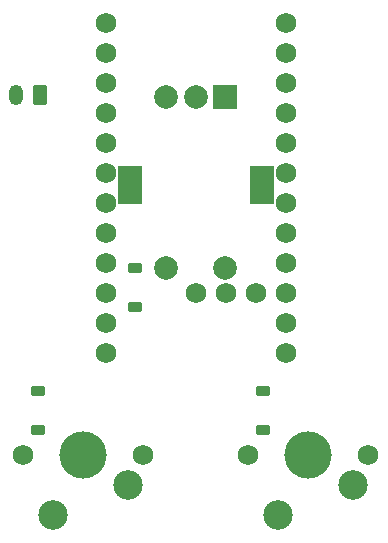
<source format=gbs>
G04 #@! TF.GenerationSoftware,KiCad,Pcbnew,8.0.7*
G04 #@! TF.CreationDate,2024-12-28T18:40:06+08:00*
G04 #@! TF.ProjectId,macroknob,6d616372-6f6b-46e6-9f62-2e6b69636164,rev?*
G04 #@! TF.SameCoordinates,Original*
G04 #@! TF.FileFunction,Soldermask,Bot*
G04 #@! TF.FilePolarity,Negative*
%FSLAX46Y46*%
G04 Gerber Fmt 4.6, Leading zero omitted, Abs format (unit mm)*
G04 Created by KiCad (PCBNEW 8.0.7) date 2024-12-28 18:40:06*
%MOMM*%
%LPD*%
G01*
G04 APERTURE LIST*
G04 Aperture macros list*
%AMRoundRect*
0 Rectangle with rounded corners*
0 $1 Rounding radius*
0 $2 $3 $4 $5 $6 $7 $8 $9 X,Y pos of 4 corners*
0 Add a 4 corners polygon primitive as box body*
4,1,4,$2,$3,$4,$5,$6,$7,$8,$9,$2,$3,0*
0 Add four circle primitives for the rounded corners*
1,1,$1+$1,$2,$3*
1,1,$1+$1,$4,$5*
1,1,$1+$1,$6,$7*
1,1,$1+$1,$8,$9*
0 Add four rect primitives between the rounded corners*
20,1,$1+$1,$2,$3,$4,$5,0*
20,1,$1+$1,$4,$5,$6,$7,0*
20,1,$1+$1,$6,$7,$8,$9,0*
20,1,$1+$1,$8,$9,$2,$3,0*%
G04 Aperture macros list end*
%ADD10RoundRect,0.225000X0.375000X-0.225000X0.375000X0.225000X-0.375000X0.225000X-0.375000X-0.225000X0*%
%ADD11RoundRect,0.225000X-0.375000X0.225000X-0.375000X-0.225000X0.375000X-0.225000X0.375000X0.225000X0*%
%ADD12C,2.000000*%
%ADD13R,2.000000X3.200000*%
%ADD14R,2.000000X2.000000*%
%ADD15C,1.752600*%
%ADD16C,1.750000*%
%ADD17C,4.000000*%
%ADD18C,2.500000*%
%ADD19O,1.200000X1.750000*%
%ADD20RoundRect,0.250000X0.350000X0.625000X-0.350000X0.625000X-0.350000X-0.625000X0.350000X-0.625000X0*%
G04 APERTURE END LIST*
D10*
X109810964Y-49655073D03*
X109810964Y-46355073D03*
D11*
X120650000Y-56770000D03*
X120650000Y-60070000D03*
X101600000Y-56770000D03*
X101600000Y-60070000D03*
D12*
X117435000Y-46370000D03*
X112435000Y-46370000D03*
D13*
X109335000Y-39370000D03*
X120535000Y-39370000D03*
D12*
X114935000Y-31870000D03*
X112435000Y-31870000D03*
D14*
X117435000Y-31870000D03*
D15*
X114935000Y-48495000D03*
X117475000Y-48495000D03*
X120015000Y-48495000D03*
X107315000Y-25635000D03*
X107315000Y-28175000D03*
X107315000Y-30715000D03*
X107315000Y-33255000D03*
X107315000Y-35795000D03*
X107315000Y-38335000D03*
X107315000Y-40875000D03*
X107315000Y-43415000D03*
X107315000Y-45955000D03*
X107315000Y-48495000D03*
X107315000Y-51035000D03*
X107315000Y-53575000D03*
X122555000Y-53575000D03*
X122555000Y-51035000D03*
X122555000Y-48495000D03*
X122555000Y-45955000D03*
X122555000Y-43415000D03*
X122555000Y-40875000D03*
X122555000Y-38335000D03*
X122555000Y-35795000D03*
X122555000Y-33255000D03*
X122555000Y-30715000D03*
X122555000Y-28175000D03*
X122555000Y-25635000D03*
D16*
X119380000Y-62230000D03*
X129540000Y-62230000D03*
D17*
X124460000Y-62230000D03*
D18*
X121920000Y-67310000D03*
X128270000Y-64770000D03*
X109220000Y-64770000D03*
X102870000Y-67310000D03*
D17*
X105410000Y-62230000D03*
D16*
X110490000Y-62230000D03*
X100330000Y-62230000D03*
D19*
X99735086Y-31750000D03*
D20*
X101735086Y-31750000D03*
M02*

</source>
